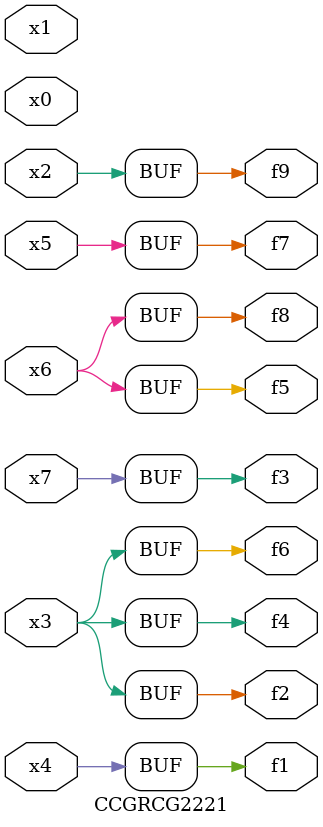
<source format=v>
module CCGRCG2221(
	input x0, x1, x2, x3, x4, x5, x6, x7,
	output f1, f2, f3, f4, f5, f6, f7, f8, f9
);
	assign f1 = x4;
	assign f2 = x3;
	assign f3 = x7;
	assign f4 = x3;
	assign f5 = x6;
	assign f6 = x3;
	assign f7 = x5;
	assign f8 = x6;
	assign f9 = x2;
endmodule

</source>
